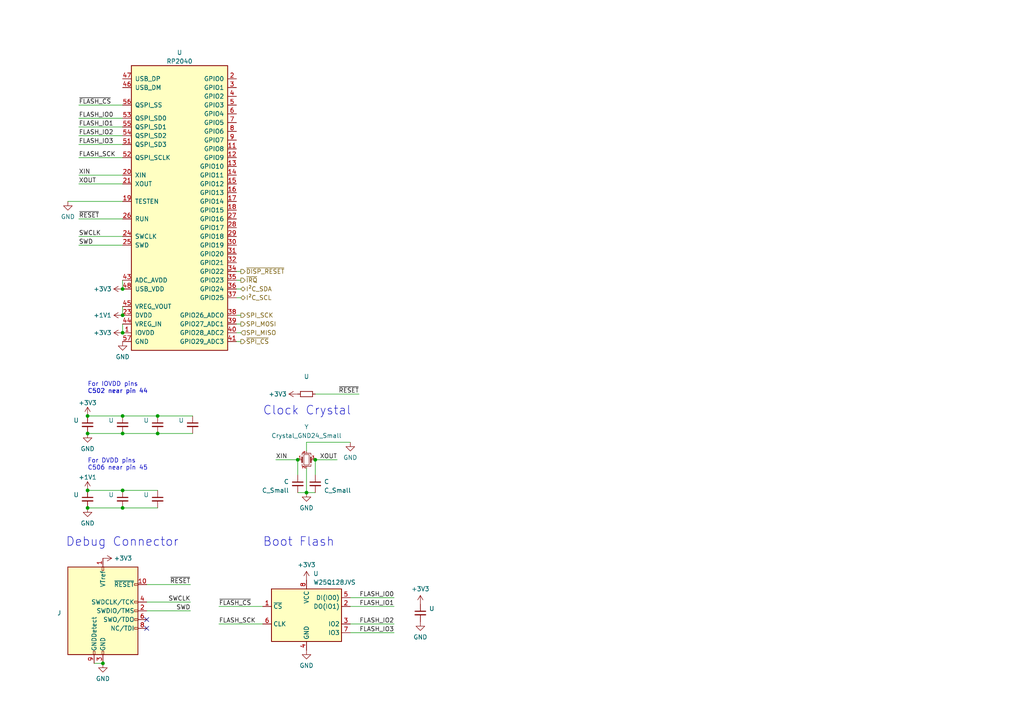
<source format=kicad_sch>
(kicad_sch (version 20220404) (generator eeschema)
  (paper "A4")
  (title_block (title "Front Panel") (date "2022-06-27") (rev "4") (comment 1 "EC is responsible for driving LEDs, buttons, boot-up display control."))
  (lib_symbols
    (symbol "Connector:Conn_ARM_JTAG_SWD_10" (pin_names (offset 1.016))
      (property "Reference" "J" (at -2.54 16.51 0))
      (property "Value" "Conn_ARM_JTAG_SWD_10" (at -2.54 13.97 0))
      (symbol "Conn_ARM_JTAG_SWD_10_0_1"
        (rectangle (start -10.16 12.7) (end 10.16 -12.7) (stroke (width 0.254)) (fill (type background)))
        (rectangle (start -2.794 -12.7) (end -2.286 -11.684))
        (rectangle (start -0.254 -12.7) (end 0.254 -11.684))
        (rectangle (start -0.254 12.7) (end 0.254 11.684))
        (rectangle (start 9.144 2.286) (end 10.16 2.794))
        (rectangle (start 10.16 -2.794) (end 9.144 -2.286))
        (rectangle (start 10.16 -0.254) (end 9.144 0.254))
        (rectangle (start 10.16 7.874) (end 9.144 7.366))
      )
      (symbol "Conn_ARM_JTAG_SWD_10_1_1"
        (rectangle (start 9.144 -5.334) (end 10.16 -4.826))
        (pin power_in line (at 0 15.24 270) (length 2.54) (name "VTref") (number "1"))
        (pin open_collector line (at 12.7 7.62 180) (length 2.54) (name "~{RESET}") (number "10"))
        (pin bidirectional line (at 12.7 0 180) (length 2.54) (name "SWDIO/TMS") (number "2"))
        (pin power_in line (at 0 -15.24 90) (length 2.54) (name "GND") (number "3"))
        (pin output line (at 12.7 2.54 180) (length 2.54) (name "SWDCLK/TCK") (number "4"))
        (pin passive line (at 0 -15.24 90) (length 2.54) hide (name "GND") (number "5"))
        (pin input line (at 12.7 -2.54 180) (length 2.54) (name "SWO/TDO") (number "6"))
        (pin no_connect line (at -10.16 0 0) (length 2.54) hide (name "KEY") (number "7"))
        (pin output line (at 12.7 -5.08 180) (length 2.54) (name "NC/TDI") (number "8"))
        (pin passive line (at -2.54 -15.24 90) (length 2.54) (name "GNDDetect") (number "9"))
      )
    )
    (symbol "Device:C_Small" (pin_numbers hide) (pin_names (offset 0.254) hide)
      (property "Reference" "C" (at 0.254 1.778 0))
      (property "Value" "C_Small" (at 0.254 -2.032 0))
      (symbol "C_Small_0_1"
        (polyline (pts (xy -1.524 -0.508) (xy 1.524 -0.508)) (stroke (width 0.3302)))
        (polyline (pts (xy -1.524 0.508) (xy 1.524 0.508)) (stroke (width 0.3048)))
      )
      (symbol "C_Small_1_1"
        (pin passive line (at 0 2.54 270) (length 2.032) (name "~") (number "1"))
        (pin passive line (at 0 -2.54 90) (length 2.032) (name "~") (number "2"))
      )
    )
    (symbol "Device:Crystal_GND24_Small" (pin_names (offset 1.016) hide)
      (property "Reference" "Y" (at 1.27 4.445 0))
      (property "Value" "Crystal_GND24_Small" (at 1.27 2.54 0))
      (symbol "Crystal_GND24_Small_0_1"
        (rectangle (start -0.762 -1.524) (end 0.762 1.524))
        (polyline (pts (xy -1.27 -0.762) (xy -1.27 0.762)) (stroke (width 0.381)))
        (polyline (pts (xy 1.27 -0.762) (xy 1.27 0.762)) (stroke (width 0.381)))
        (polyline (pts (xy -1.27 -1.27) (xy -1.27 -1.905) (xy 1.27 -1.905) (xy 1.27 -1.27)))
        (polyline (pts (xy -1.27 1.27) (xy -1.27 1.905) (xy 1.27 1.905) (xy 1.27 1.27)))
      )
      (symbol "Crystal_GND24_Small_1_1"
        (pin passive line (at -2.54 0 0) (length 1.27) (name "1") (number "1"))
        (pin passive line (at 0 -2.54 90) (length 0.635) (name "2") (number "2"))
        (pin passive line (at 2.54 0 180) (length 1.27) (name "3") (number "3"))
        (pin passive line (at 0 2.54 270) (length 0.635) (name "4") (number "4"))
      )
    )
    (symbol "Device:R_Small" (pin_numbers hide) (pin_names (offset 0.254) hide)
      (property "Reference" "R" (at 0.762 0.508 0))
      (property "Value" "R_Small" (at 0.762 -1.016 0))
      (symbol "R_Small_0_1"
        (rectangle (start -0.762 1.778) (end 0.762 -1.778) (stroke (width 0.2032)))
      )
      (symbol "R_Small_1_1"
        (pin passive line (at 0 2.54 270) (length 0.762) (name "~") (number "1"))
        (pin passive line (at 0 -2.54 90) (length 0.762) (name "~") (number "2"))
      )
    )
    (symbol "Memory_Flash:W25Q128JVS"
      (property "Reference" "U" (at -8.89 8.89 0))
      (property "Value" "W25Q128JVS" (at 7.62 8.89 0))
      (symbol "W25Q128JVS_0_1"
        (rectangle (start -10.16 7.62) (end 10.16 -7.62) (stroke (width 0.254)) (fill (type background)))
      )
      (symbol "W25Q128JVS_1_1"
        (pin input line (at -12.7 2.54 0) (length 2.54) (name "~{CS}") (number "1"))
        (pin bidirectional line (at 12.7 2.54 180) (length 2.54) (name "DO(IO1)") (number "2"))
        (pin bidirectional line (at 12.7 -2.54 180) (length 2.54) (name "IO2") (number "3"))
        (pin power_in line (at 0 -10.16 90) (length 2.54) (name "GND") (number "4"))
        (pin bidirectional line (at 12.7 5.08 180) (length 2.54) (name "DI(IO0)") (number "5"))
        (pin input line (at -12.7 -2.54 0) (length 2.54) (name "CLK") (number "6"))
        (pin bidirectional line (at 12.7 -5.08 180) (length 2.54) (name "IO3") (number "7"))
        (pin power_in line (at 0 10.16 270) (length 2.54) (name "VCC") (number "8"))
      )
    )
    (symbol "power:+1V1" (power) (pin_names (offset 0))
      (property "Value" "+1V1" (at 0 3.556 0))
      (symbol "+1V1_0_1"
        (polyline (pts (xy -0.762 1.27) (xy 0 2.54)))
        (polyline (pts (xy 0 0) (xy 0 2.54)))
        (polyline (pts (xy 0 2.54) (xy 0.762 1.27)))
      )
      (symbol "+1V1_1_1"
        (pin power_in line (at 0 0 90) (length 0) hide (name "+1V1") (number "1"))
      )
    )
    (symbol "power:+3V3" (power) (pin_names (offset 0))
      (property "Value" "+3V3" (at 0 3.556 0))
      (symbol "+3V3_0_1"
        (polyline (pts (xy -0.762 1.27) (xy 0 2.54)))
        (polyline (pts (xy 0 0) (xy 0 2.54)))
        (polyline (pts (xy 0 2.54) (xy 0.762 1.27)))
      )
      (symbol "+3V3_1_1"
        (pin power_in line (at 0 0 90) (length 0) hide (name "+3V3") (number "1"))
      )
    )
    (symbol "power:GND" (power) (pin_names (offset 0))
      (property "Value" "GND" (at 0 -3.81 0))
      (symbol "GND_0_1"
        (polyline (pts (xy 0 0) (xy 0 -1.27) (xy 1.27 -1.27) (xy 0 -2.54) (xy -1.27 -1.27) (xy 0 -1.27)))
      )
      (symbol "GND_1_1"
        (pin power_in line (at 0 0 270) (length 0) hide (name "GND") (number "1"))
      )
    )
    (symbol "programmable-load:RP2040" (pin_names (offset 1.016))
      (property "Reference" "U" (at 0 5.08 0))
      (property "Value" "RP2040" (at 0 2.54 0))
      (symbol "RP2040_0_1"
        (rectangle (start -13.97 0) (end 13.97 -82.55) (stroke (width 0.254)) (fill (type background)))
      )
      (symbol "RP2040_1_1"
        (pin power_in line (at -16.51 -77.47 0) (length 2.54) (name "IOVDD") (number "1"))
        (pin power_in line (at -16.51 -77.47 0) (length 2.54) hide (name "IOVDD") (number "10"))
        (pin bidirectional line (at 16.51 -24.13 180) (length 2.54) (name "GPIO8") (number "11"))
        (pin bidirectional line (at 16.51 -26.67 180) (length 2.54) (name "GPIO9") (number "12"))
        (pin bidirectional line (at 16.51 -29.21 180) (length 2.54) (name "GPIO10") (number "13"))
        (pin bidirectional line (at 16.51 -31.75 180) (length 2.54) (name "GPIO11") (number "14"))
        (pin bidirectional line (at 16.51 -34.29 180) (length 2.54) (name "GPIO12") (number "15"))
        (pin bidirectional line (at 16.51 -36.83 180) (length 2.54) (name "GPIO13") (number "16"))
        (pin bidirectional line (at 16.51 -39.37 180) (length 2.54) (name "GPIO14") (number "17"))
        (pin bidirectional line (at 16.51 -41.91 180) (length 2.54) (name "GPIO15") (number "18"))
        (pin passive line (at -16.51 -39.37 0) (length 2.54) (name "TESTEN") (number "19"))
        (pin bidirectional line (at 16.51 -3.81 180) (length 2.54) (name "GPIO0") (number "2"))
        (pin input line (at -16.51 -31.75 0) (length 2.54) (name "XIN") (number "20"))
        (pin passive line (at -16.51 -34.29 0) (length 2.54) (name "XOUT") (number "21"))
        (pin power_in line (at -16.51 -77.47 0) (length 2.54) hide (name "IOVDD") (number "22"))
        (pin power_in line (at -16.51 -72.39 0) (length 2.54) (name "DVDD") (number "23"))
        (pin output line (at -16.51 -49.53 0) (length 2.54) (name "SWCLK") (number "24"))
        (pin bidirectional line (at -16.51 -52.07 0) (length 2.54) (name "SWD") (number "25"))
        (pin input line (at -16.51 -44.45 0) (length 2.54) (name "RUN") (number "26"))
        (pin bidirectional line (at 16.51 -44.45 180) (length 2.54) (name "GPIO16") (number "27"))
        (pin bidirectional line (at 16.51 -46.99 180) (length 2.54) (name "GPIO17") (number "28"))
        (pin bidirectional line (at 16.51 -49.53 180) (length 2.54) (name "GPIO18") (number "29"))
        (pin bidirectional line (at 16.51 -6.35 180) (length 2.54) (name "GPIO1") (number "3"))
        (pin bidirectional line (at 16.51 -52.07 180) (length 2.54) (name "GPIO19") (number "30"))
        (pin bidirectional line (at 16.51 -54.61 180) (length 2.54) (name "GPIO20") (number "31"))
        (pin bidirectional line (at 16.51 -57.15 180) (length 2.54) (name "GPIO21") (number "32"))
        (pin power_in line (at -16.51 -77.47 0) (length 2.54) hide (name "IOVDD") (number "33"))
        (pin bidirectional line (at 16.51 -59.69 180) (length 2.54) (name "GPIO22") (number "34"))
        (pin bidirectional line (at 16.51 -62.23 180) (length 2.54) (name "GPIO23") (number "35"))
        (pin bidirectional line (at 16.51 -64.77 180) (length 2.54) (name "GPIO24") (number "36"))
        (pin bidirectional line (at 16.51 -67.31 180) (length 2.54) (name "GPIO25") (number "37"))
        (pin bidirectional line (at 16.51 -72.39 180) (length 2.54) (name "GPIO26_ADC0") (number "38"))
        (pin bidirectional line (at 16.51 -74.93 180) (length 2.54) (name "GPIO27_ADC1") (number "39"))
        (pin bidirectional line (at 16.51 -8.89 180) (length 2.54) (name "GPIO2") (number "4"))
        (pin bidirectional line (at 16.51 -77.47 180) (length 2.54) (name "GPIO28_ADC2") (number "40"))
        (pin bidirectional line (at 16.51 -80.01 180) (length 2.54) (name "GPIO29_ADC3") (number "41"))
        (pin power_in line (at -16.51 -77.47 0) (length 2.54) hide (name "IOVDD") (number "42"))
        (pin power_in line (at -16.51 -62.23 0) (length 2.54) (name "ADC_AVDD") (number "43"))
        (pin power_in line (at -16.51 -74.93 0) (length 2.54) (name "VREG_IN") (number "44"))
        (pin power_out line (at -16.51 -69.85 0) (length 2.54) (name "VREG_VOUT") (number "45"))
        (pin bidirectional line (at -16.51 -6.35 0) (length 2.54) (name "USB_DM") (number "46"))
        (pin bidirectional line (at -16.51 -3.81 0) (length 2.54) (name "USB_DP") (number "47"))
        (pin power_in line (at -16.51 -64.77 0) (length 2.54) (name "USB_VDD") (number "48"))
        (pin power_in line (at -16.51 -77.47 0) (length 2.54) hide (name "IOVDD") (number "49"))
        (pin bidirectional line (at 16.51 -11.43 180) (length 2.54) (name "GPIO3") (number "5"))
        (pin power_in line (at -16.51 -72.39 0) (length 2.54) hide (name "DVDD") (number "50"))
        (pin bidirectional line (at -16.51 -22.86 0) (length 2.54) (name "QSPI_SD3") (number "51"))
        (pin output line (at -16.51 -26.67 0) (length 2.54) (name "QSPI_SCLK") (number "52"))
        (pin bidirectional line (at -16.51 -15.24 0) (length 2.54) (name "QSPI_SD0") (number "53"))
        (pin bidirectional line (at -16.51 -20.32 0) (length 2.54) (name "QSPI_SD2") (number "54"))
        (pin bidirectional line (at -16.51 -17.78 0) (length 2.54) (name "QSPI_SD1") (number "55"))
        (pin bidirectional line (at -16.51 -11.43 0) (length 2.54) (name "QSPI_SS") (number "56"))
        (pin power_in line (at -16.51 -80.01 0) (length 2.54) (name "GND") (number "57"))
        (pin bidirectional line (at 16.51 -13.97 180) (length 2.54) (name "GPIO4") (number "6"))
        (pin bidirectional line (at 16.51 -16.51 180) (length 2.54) (name "GPIO5") (number "7"))
        (pin bidirectional line (at 16.51 -19.05 180) (length 2.54) (name "GPIO6") (number "8"))
        (pin bidirectional line (at 16.51 -21.59 180) (length 2.54) (name "GPIO7") (number "9"))
      )
    )
  )
  (junction (at 25.4 125.73))
  (junction (at 25.4 120.65))
  (junction (at 35.56 125.73))
  (junction (at 91.44 133.35))
  (junction (at 35.56 83.82))
  (junction (at 35.56 147.32))
  (junction (at 86.36 133.35))
  (junction (at 88.9 142.875))
  (junction (at 35.56 96.52))
  (junction (at 35.56 91.44))
  (junction (at 29.845 192.405))
  (junction (at 35.56 142.24))
  (junction (at 45.72 125.73))
  (junction (at 45.72 120.65))
  (junction (at 25.4 142.24))
  (junction (at 25.4 147.32))
  (junction (at 35.56 120.65))
  (no_connect (at 42.545 179.705))
  (no_connect (at 42.545 182.245))
  (wire (pts (xy 35.56 142.24) (xy 45.72 142.24)))
  (wire (pts (xy 88.9 128.27) (xy 101.6 128.27)))
  (wire (pts (xy 22.86 30.48) (xy 35.56 30.48)))
  (wire (pts (xy 101.6 180.975) (xy 114.3 180.975)))
  (wire (pts (xy 35.56 120.65) (xy 45.72 120.65)))
  (wire (pts (xy 63.5 175.895) (xy 76.2 175.895)))
  (wire (pts (xy 86.36 142.875) (xy 88.9 142.875)))
  (wire (pts (xy 68.58 93.98) (xy 69.85 93.98)))
  (wire (pts (xy 91.44 114.3) (xy 104.14 114.3)))
  (wire (pts (xy 63.5 180.975) (xy 76.2 180.975)))
  (wire (pts (xy 35.56 93.98) (xy 35.56 96.52)))
  (wire (pts (xy 45.72 120.65) (xy 55.88 120.65)))
  (wire (pts (xy 68.58 91.44) (xy 69.85 91.44)))
  (wire (pts (xy 35.56 147.32) (xy 45.72 147.32)))
  (wire (pts (xy 101.6 175.895) (xy 114.3 175.895)))
  (wire (pts (xy 80.01 133.35) (xy 86.36 133.35)))
  (wire (pts (xy 68.58 78.74) (xy 69.85 78.74)))
  (wire (pts (xy 101.6 173.355) (xy 114.3 173.355)))
  (wire (pts (xy 27.305 192.405) (xy 29.845 192.405)))
  (wire (pts (xy 88.9 130.81) (xy 88.9 128.27)))
  (wire (pts (xy 86.36 133.35) (xy 86.36 137.795)))
  (wire (pts (xy 22.86 71.12) (xy 35.56 71.12)))
  (wire (pts (xy 22.86 45.72) (xy 35.56 45.72)))
  (wire (pts (xy 22.86 63.5) (xy 35.56 63.5)))
  (wire (pts (xy 68.58 99.06) (xy 69.85 99.06)))
  (wire (pts (xy 45.72 125.73) (xy 55.88 125.73)))
  (wire (pts (xy 35.56 88.9) (xy 35.56 91.44)))
  (wire (pts (xy 35.56 125.73) (xy 45.72 125.73)))
  (wire (pts (xy 42.545 169.545) (xy 55.245 169.545)))
  (wire (pts (xy 35.56 39.37) (xy 22.86 39.37)))
  (wire (pts (xy 35.56 81.28) (xy 35.56 83.82)))
  (wire (pts (xy 25.4 125.73) (xy 35.56 125.73)))
  (wire (pts (xy 22.86 50.8) (xy 35.56 50.8)))
  (wire (pts (xy 68.58 81.28) (xy 69.85 81.28)))
  (wire (pts (xy 42.545 174.625) (xy 55.245 174.625)))
  (wire (pts (xy 68.58 96.52) (xy 69.85 96.52)))
  (wire (pts (xy 35.56 36.83) (xy 22.86 36.83)))
  (wire (pts (xy 19.685 58.42) (xy 35.56 58.42)))
  (wire (pts (xy 88.9 135.89) (xy 88.9 142.875)))
  (wire (pts (xy 22.86 53.34) (xy 35.56 53.34)))
  (wire (pts (xy 25.4 120.65) (xy 35.56 120.65)))
  (wire (pts (xy 68.58 83.82) (xy 69.85 83.82)))
  (wire (pts (xy 35.56 34.29) (xy 22.86 34.29)))
  (wire (pts (xy 101.6 183.515) (xy 114.3 183.515)))
  (wire (pts (xy 42.545 177.165) (xy 55.245 177.165)))
  (wire (pts (xy 25.4 147.32) (xy 35.56 147.32)))
  (wire (pts (xy 68.58 86.36) (xy 69.85 86.36)))
  (wire (pts (xy 88.9 142.875) (xy 91.44 142.875)))
  (wire (pts (xy 91.44 133.35) (xy 97.79 133.35)))
  (wire (pts (xy 25.4 142.24) (xy 35.56 142.24)))
  (wire (pts (xy 22.86 68.58) (xy 35.56 68.58)))
  (wire (pts (xy 35.56 41.91) (xy 22.86 41.91)))
  (wire (pts (xy 91.44 133.35) (xy 91.44 137.795)))
  (text "For DVDD pins\nC506 near pin 45" (at 25.4 136.525 0) (effects (font (size 1.27 1.27)) (justify left bottom)))
  (text "C502 near pin 44" (at 25.4 114.3 0) (effects (font (size 1.27 1.27)) (justify left bottom)))
  (text "Clock Crystal" (at 76.2 120.65 0) (effects (font (size 2.54 2.54)) (justify left bottom)))
  (text "Boot Flash" (at 76.2 158.75 0) (effects (font (size 2.54 2.54)) (justify left bottom)))
  (text "Debug Connector" (at 19.05 158.75 0) (effects (font (size 2.54 2.54)) (justify left bottom)))
  (text "For IOVDD pins\nC502 near pin 44" (at 25.4 114.3 0) (effects (font (size 1.27 1.27)) (justify left bottom)))
  (label "FLASH_SCK" (at 63.5 180.975 0))
  (label "~{RESET}" (at 22.86 63.5 0))
  (label "XIN" (at 22.86 50.8 0))
  (label "SWD" (at 22.86 71.12 0))
  (label "~{RESET}" (at 104.14 114.3 0))
  (label "FLASH_IO3" (at 22.86 41.91 0))
  (label "~{FLASH_CS}" (at 63.5 175.895 0))
  (label "FLASH_IO1" (at 114.3 175.895 0))
  (label "SWCLK" (at 22.86 68.58 0))
  (label "FLASH_IO3" (at 114.3 183.515 0))
  (label "SWCLK" (at 55.245 174.625 0))
  (label "SWD" (at 55.245 177.165 0))
  (label "FLASH_IO0" (at 114.3 173.355 0))
  (label "~{FLASH_CS}" (at 22.86 30.48 0))
  (label "FLASH_IO2" (at 114.3 180.975 0))
  (label "FLASH_IO2" (at 22.86 39.37 0))
  (label "XOUT" (at 22.86 53.34 0))
  (label "FLASH_IO0" (at 22.86 34.29 0))
  (label "FLASH_SCK" (at 22.86 45.72 0))
  (label "FLASH_IO1" (at 22.86 36.83 0))
  (label "XOUT" (at 97.79 133.35 0))
  (label "~{RESET}" (at 55.245 169.545 0))
  (label "XIN" (at 80.01 133.35 0))
  (hierarchical_label "I²C_SCL" (shape bidirectional) (at 69.85 86.36 0))
  (hierarchical_label "SPI_MOSI" (shape output) (at 69.85 93.98 0))
  (hierarchical_label "I²C_SDA" (shape bidirectional) (at 69.85 83.82 0))
  (hierarchical_label "SPI_SCK" (shape output) (at 69.85 91.44 0))
  (hierarchical_label "~{SPI_CS}" (shape output) (at 69.85 99.06 0))
  (hierarchical_label "~{IRQ}" (shape output) (at 69.85 81.28 0))
  (hierarchical_label "~{DISP_RESET}" (shape output) (at 69.85 78.74 0))
  (hierarchical_label "SPI_MISO" (shape input) (at 69.85 96.52 0))
  (symbol (lib_id "Device:C_Small") (at 55.88 123.19 0) (mirror y) (unit 1)
    (default_instance (reference "U") (unit 1) (value "") (footprint ""))
    (property "Reference" "U" (at 53.34 121.9262 0) (effects (justify left)))
  )
  (symbol (lib_id "power:+1V1") (at 25.4 142.24 0) (unit 1)
    (default_instance (reference "#PWR") (unit 1) (value "+1V1") (footprint ""))
    (property "Reference" "#PWR" (effects hide))
    (property "Value" "+1V1" (at 25.4 138.43 0))
  )
  (symbol (lib_id "power:GND") (at 35.56 99.06 0) (unit 1)
    (default_instance (reference "#PWR") (unit 1) (value "GND") (footprint ""))
    (property "Reference" "#PWR" (effects hide))
    (property "Value" "GND" (at 35.56 103.505 0))
  )
  (symbol (lib_id "programmable-load:RP2040") (at 52.07 19.05 0) (unit 1)
    (default_instance (reference "U") (unit 1) (value "RP2040") (footprint "Package_DFN_QFN:QFN-56-1EP_7x7mm_P0.4mm_EP3.2x3.2mm"))
    (property "Reference" "U" (at 52.07 15.24 0))
    (property "Value" "RP2040" (at 52.07 17.78 0))
    (property "Footprint" "Package_DFN_QFN:QFN-56-1EP_7x7mm_P0.4mm_EP3.2x3.2mm" (effects hide))
    (property "Datasheet" "https://datasheets.raspberrypi.com/rp2040/rp2040-datasheet.pdf" (effects hide))
  )
  (symbol (lib_id "power:GND") (at 25.4 125.73 0) (unit 1)
    (default_instance (reference "#PWR") (unit 1) (value "GND") (footprint ""))
    (property "Reference" "#PWR" (effects hide))
    (property "Value" "GND" (at 25.4 130.175 0))
  )
  (symbol (lib_id "Device:C_Small") (at 25.4 123.19 0) (mirror y) (unit 1)
    (default_instance (reference "U") (unit 1) (value "") (footprint ""))
    (property "Reference" "U" (at 22.86 121.9262 0) (effects (justify left)))
    (property "JLCPCB" "C19666" (effects hide))
  )
  (symbol (lib_id "power:GND") (at 25.4 147.32 0) (unit 1)
    (default_instance (reference "#PWR") (unit 1) (value "GND") (footprint ""))
    (property "Reference" "#PWR" (effects hide))
    (property "Value" "GND" (at 25.4 151.765 0))
  )
  (symbol (lib_id "Device:C_Small") (at 45.72 144.78 0) (mirror y) (unit 1)
    (default_instance (reference "U") (unit 1) (value "") (footprint ""))
    (property "Reference" "U" (at 43.18 143.5162 0) (effects (justify left)))
  )
  (symbol (lib_id "power:+1V1") (at 35.56 91.44 90) (unit 1)
    (default_instance (reference "#PWR") (unit 1) (value "+1V1") (footprint ""))
    (property "Reference" "#PWR" (effects hide))
    (property "Value" "+1V1" (at 32.385 91.44 90) (effects (justify left)))
  )
  (symbol (lib_id "power:GND") (at 101.6 128.27 0) (unit 1)
    (default_instance (reference "#PWR") (unit 1) (value "GND") (footprint ""))
    (property "Reference" "#PWR" (effects hide))
    (property "Value" "GND" (at 101.6 132.715 0))
  )
  (symbol (lib_id "power:+3V3") (at 88.9 168.275 0) (unit 1)
    (default_instance (reference "#PWR") (unit 1) (value "+3V3") (footprint ""))
    (property "Reference" "#PWR" (effects hide))
    (property "Value" "+3V3" (at 88.9 163.83 0))
  )
  (symbol (lib_id "power:GND") (at 88.9 188.595 0) (unit 1)
    (default_instance (reference "#PWR") (unit 1) (value "GND") (footprint ""))
    (property "Reference" "#PWR" (effects hide))
    (property "Value" "GND" (at 88.9 193.04 0))
  )
  (symbol (lib_id "power:+3V3") (at 35.56 83.82 90) (unit 1)
    (default_instance (reference "#PWR") (unit 1) (value "+3V3") (footprint ""))
    (property "Reference" "#PWR" (effects hide))
    (property "Value" "+3V3" (at 32.385 83.82 90) (effects (justify left)))
  )
  (symbol (lib_id "power:+3V3") (at 25.4 120.65 0) (unit 1)
    (default_instance (reference "#PWR") (unit 1) (value "+3V3") (footprint ""))
    (property "Reference" "#PWR" (effects hide))
    (property "Value" "+3V3" (at 25.4 116.84 0))
  )
  (symbol (lib_id "Device:C_Small") (at 86.36 140.335 0) (mirror y) (unit 1)
    (default_instance (reference "C") (unit 1) (value "C_Small") (footprint ""))
    (property "Reference" "C" (at 83.82 139.7063 0) (effects (justify left)))
    (property "Value" "C_Small" (at 83.82 142.2463 0) (effects (justify left)))
    (property "JLCPCB" "C1647" (effects hide))
  )
  (symbol (lib_id "Device:C_Small") (at 91.44 140.335 0) (unit 1)
    (default_instance (reference "C") (unit 1) (value "C_Small") (footprint ""))
    (property "Reference" "C" (at 93.98 139.7063 0) (effects (justify left)))
    (property "Value" "C_Small" (at 93.98 142.2463 0) (effects (justify left)))
    (property "JLCPCB" "C1647" (effects hide))
  )
  (symbol (lib_id "Memory_Flash:W25Q128JVS") (at 88.9 178.435 0) (unit 1)
    (default_instance (reference "U") (unit 1) (value "W25Q128JVS") (footprint "Package_SO:SOIC-8_5.23x5.23mm_P1.27mm"))
    (property "Reference" "U" (at 90.8559 166.37 0) (effects (justify left)))
    (property "Value" "W25Q128JVS" (at 90.8559 168.91 0) (effects (justify left)))
    (property "Footprint" "Package_SO:SOIC-8_5.23x5.23mm_P1.27mm" (effects hide))
    (property "Datasheet" "http://www.winbond.com/resource-files/w25q128jv_dtr%20revc%2003272018%20plus.pdf" (effects hide))
  )
  (symbol (lib_id "Device:C_Small") (at 45.72 123.19 0) (mirror y) (unit 1)
    (default_instance (reference "U") (unit 1) (value "") (footprint ""))
    (property "Reference" "U" (at 43.18 121.9262 0) (effects (justify left)))
  )
  (symbol (lib_id "Connector:Conn_ARM_JTAG_SWD_10") (at 29.845 177.165 0) (unit 1)
    (default_instance (reference "J") (unit 1) (value "Conn_ARM_JTAG_SWD_10") (footprint ""))
    (property "Reference" "J" (at 17.78 177.8 0) (effects (justify right)))
    (property "Value" "Conn_ARM_JTAG_SWD_10" (effects hide))
    (property "Datasheet" "http://infocenter.arm.com/help/topic/com.arm.doc.ddi0314h/DDI0314H_coresight_components_trm.pdf" (effects hide))
  )
  (symbol (lib_id "Device:C_Small") (at 121.92 177.8 0) (unit 1)
    (default_instance (reference "U") (unit 1) (value "") (footprint ""))
    (property "Reference" "U" (at 124.46 176.5362 0) (effects (justify left)))
  )
  (symbol (lib_id "power:+3V3") (at 35.56 96.52 90) (unit 1)
    (default_instance (reference "#PWR") (unit 1) (value "+3V3") (footprint ""))
    (property "Reference" "#PWR" (effects hide))
    (property "Value" "+3V3" (at 32.385 96.52 90) (effects (justify left)))
  )
  (symbol (lib_id "Device:Crystal_GND24_Small") (at 88.9 133.35 0) (unit 1)
    (default_instance (reference "Y") (unit 1) (value "Crystal_GND24_Small") (footprint ""))
    (property "Reference" "Y" (at 88.9 123.825 0))
    (property "Value" "Crystal_GND24_Small" (at 88.9 126.365 0))
    (property "JLCPCB" "C9002" (effects hide))
  )
  (symbol (lib_id "power:GND") (at 19.685 58.42 0) (unit 1)
    (default_instance (reference "#PWR") (unit 1) (value "GND") (footprint ""))
    (property "Reference" "#PWR" (effects hide))
    (property "Value" "GND" (at 19.685 62.865 0))
  )
  (symbol (lib_id "power:+3V3") (at 86.36 114.3 90) (unit 1)
    (default_instance (reference "#PWR") (unit 1) (value "+3V3") (footprint ""))
    (property "Reference" "#PWR" (effects hide))
    (property "Value" "+3V3" (at 83.185 114.3 90) (effects (justify left)))
  )
  (symbol (lib_id "Device:R_Small") (at 88.9 114.3 270) (mirror x) (unit 1)
    (default_instance (reference "U") (unit 1) (value "") (footprint ""))
    (property "Reference" "U" (at 88.9 109.22 90))
  )
  (symbol (lib_id "Device:C_Small") (at 25.4 144.78 0) (mirror y) (unit 1)
    (default_instance (reference "U") (unit 1) (value "") (footprint ""))
    (property "Reference" "U" (at 22.86 143.5162 0) (effects (justify left)))
    (property "JLCPCB" "C19666" (effects hide))
  )
  (symbol (lib_id "Device:C_Small") (at 35.56 144.78 0) (mirror y) (unit 1)
    (default_instance (reference "U") (unit 1) (value "") (footprint ""))
    (property "Reference" "U" (at 33.02 143.5162 0) (effects (justify left)))
  )
  (symbol (lib_id "power:GND") (at 121.92 180.34 0) (unit 1)
    (default_instance (reference "#PWR") (unit 1) (value "GND") (footprint ""))
    (property "Reference" "#PWR" (effects hide))
    (property "Value" "GND" (at 121.92 184.785 0))
  )
  (symbol (lib_id "power:GND") (at 29.845 192.405 0) (unit 1)
    (default_instance (reference "#PWR") (unit 1) (value "GND") (footprint ""))
    (property "Reference" "#PWR" (effects hide))
    (property "Value" "GND" (at 29.845 196.85 0))
  )
  (symbol (lib_id "Device:C_Small") (at 35.56 123.19 0) (mirror y) (unit 1)
    (default_instance (reference "U") (unit 1) (value "") (footprint ""))
    (property "Reference" "U" (at 33.02 121.9262 0) (effects (justify left)))
  )
  (symbol (lib_id "power:+3V3") (at 121.92 175.26 0) (unit 1)
    (default_instance (reference "#PWR") (unit 1) (value "+3V3") (footprint ""))
    (property "Reference" "#PWR" (effects hide))
    (property "Value" "+3V3" (at 121.92 170.815 0))
  )
  (symbol (lib_id "power:GND") (at 88.9 142.875 0) (unit 1)
    (default_instance (reference "#PWR") (unit 1) (value "GND") (footprint ""))
    (property "Reference" "#PWR" (effects hide))
    (property "Value" "GND" (at 88.9 147.32 0))
  )
  (symbol (lib_id "power:+3V3") (at 29.845 161.925 270) (unit 1)
    (default_instance (reference "#PWR") (unit 1) (value "+3V3") (footprint ""))
    (property "Reference" "#PWR" (effects hide))
    (property "Value" "+3V3" (at 33.02 161.925 90) (effects (justify left)))
  )
)
</source>
